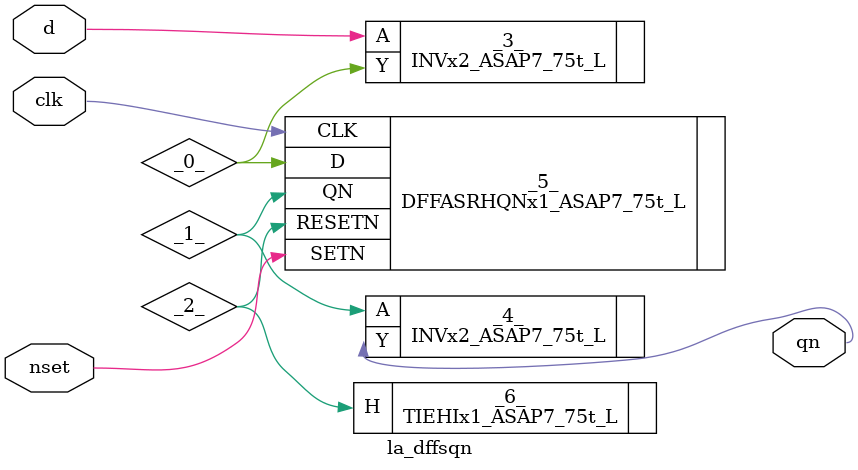
<source format=v>

/* Generated by Yosys 0.44 (git sha1 80ba43d26, g++ 11.4.0-1ubuntu1~22.04 -fPIC -O3) */

(* top =  1  *)
(* src = "generated" *)
(* keep_hierarchy *)
module la_dffsqn (
    d,
    clk,
    nset,
    qn
);
  (* src = "generated" *)
  wire _0_;
  wire _1_;
  wire _2_;
  (* src = "generated" *)
  input clk;
  wire clk;
  (* src = "generated" *)
  input d;
  wire d;
  (* src = "generated" *)
  input nset;
  wire nset;
  (* src = "generated" *)
  output qn;
  wire qn;
  INVx2_ASAP7_75t_L _3_ (
      .A(d),
      .Y(_0_)
  );
  INVx2_ASAP7_75t_L _4_ (
      .A(_1_),
      .Y(qn)
  );
  (* src = "generated" *)
  DFFASRHQNx1_ASAP7_75t_L _5_ (
      .CLK(clk),
      .D(_0_),
      .QN(_1_),
      .RESETN(_2_),
      .SETN(nset)
  );
  TIEHIx1_ASAP7_75t_L _6_ (.H(_2_));
endmodule

</source>
